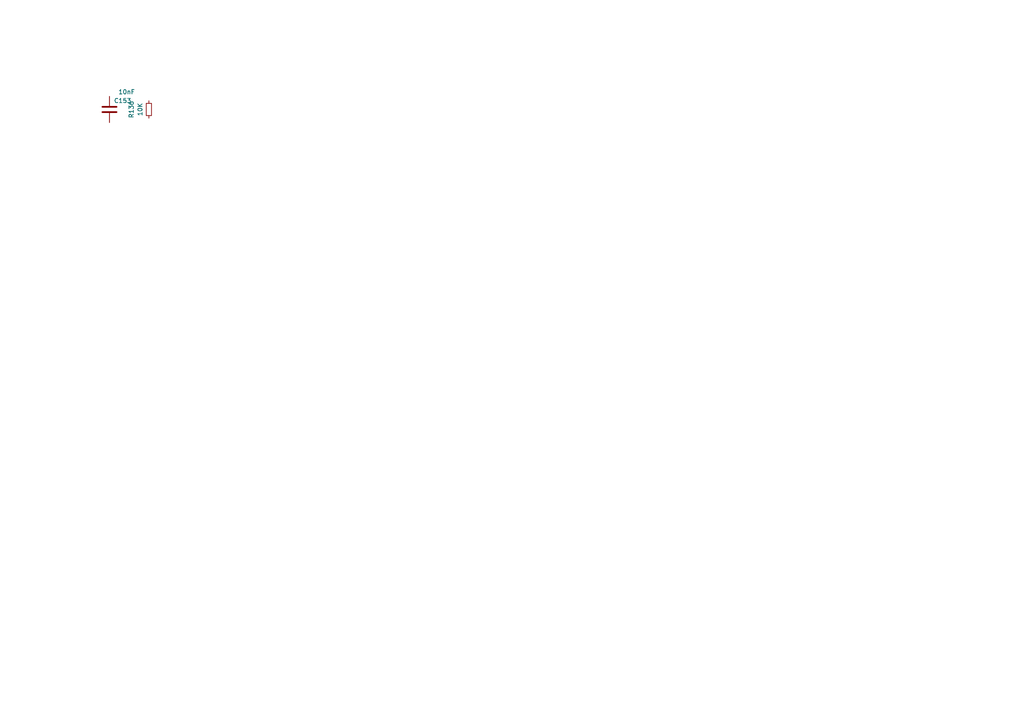
<source format=kicad_sch>
(kicad_sch (version 20230819) (generator eeschema)
  (paper "A4")
  (lib_symbols
    (symbol "Device:C" (pin_numbers hide) (pin_names (offset 0.254))
      (property "Reference" "C" (at 0.635 2.54 0))
      (property "Value" "C" (at 0.635 -2.54 0))
      (symbol "C_0_1"
        (polyline (pts (xy -2.032 -0.762) (xy 2.032 -0.762)) (stroke (width 0.508)))
        (polyline (pts (xy -2.032 0.762) (xy 2.032 0.762)) (stroke (width 0.508)))
      )
      (symbol "C_1_1"
        (pin passive line (at 0 3.81 270) (length 2.794) (name "~") (number "1"))
        (pin passive line (at 0 -3.81 90) (length 2.794) (name "~") (number "2"))
      )
    )
    (symbol "Device:R_Small" (pin_numbers hide) (pin_names (offset 0.254) hide)
      (property "Reference" "R" (at 0.762 0.508 0))
      (property "Value" "R_Small" (at 0.762 -1.016 0))
      (symbol "R_Small_0_1"
        (rectangle (start -0.762 1.778) (end 0.762 -1.778) (stroke (width 0.2032)))
      )
      (symbol "R_Small_1_1"
        (pin passive line (at 0 2.54 270) (length 0.762) (name "~") (number "1"))
        (pin passive line (at 0 -2.54 90) (length 0.762) (name "~") (number "2"))
      )
    )
  )
  (symbol (lib_id "Device:C") (at 31.75 31.75 0) (unit 1)
    (property "Reference" "C153" (at 33.02 29.21 0) (effects (justify left)))
    (property "Value" "10nF" (at 34.29 26.67 0) (effects (justify left)))
    (property "Footprint" "Capacitor_SMD:C_01005_0402Metric" (effects hide))
    (property "Description" "Unpolarized capacitor" (effects hide))
    (instances (project "RP2040_minimal" (path "" (reference "C153") (unit 1)) (path "" (reference "C?") (unit 1))) (project "HDMI_CVBS" (path "" (reference "C70") (unit 1))) (project "HDMI_CVBS" (path "" (reference "C21") (unit 1))))
  )
  (symbol (lib_id "Device:R_Small") (at 43.18 31.75 180) (unit 1)
    (property "Reference" "R136" (at 38.1 31.75 90))
    (property "Value" "10K" (at 40.64 31.75 90))
    (property "Footprint" "Resistor_SMD:R_0402_1005Metric" (effects hide))
    (property "Description" "Resistor, small symbol" (effects hide))
    (instances (project "RP2040_minimal" (path "" (reference "R136") (unit 1)) (path "" (reference "R?") (unit 1))) (project "HDMI_CVBS" (path "" (reference "R42") (unit 1))) (project "HDMI_CVBS" (path "" (reference "R15") (unit 1))))
  )
)
</source>
